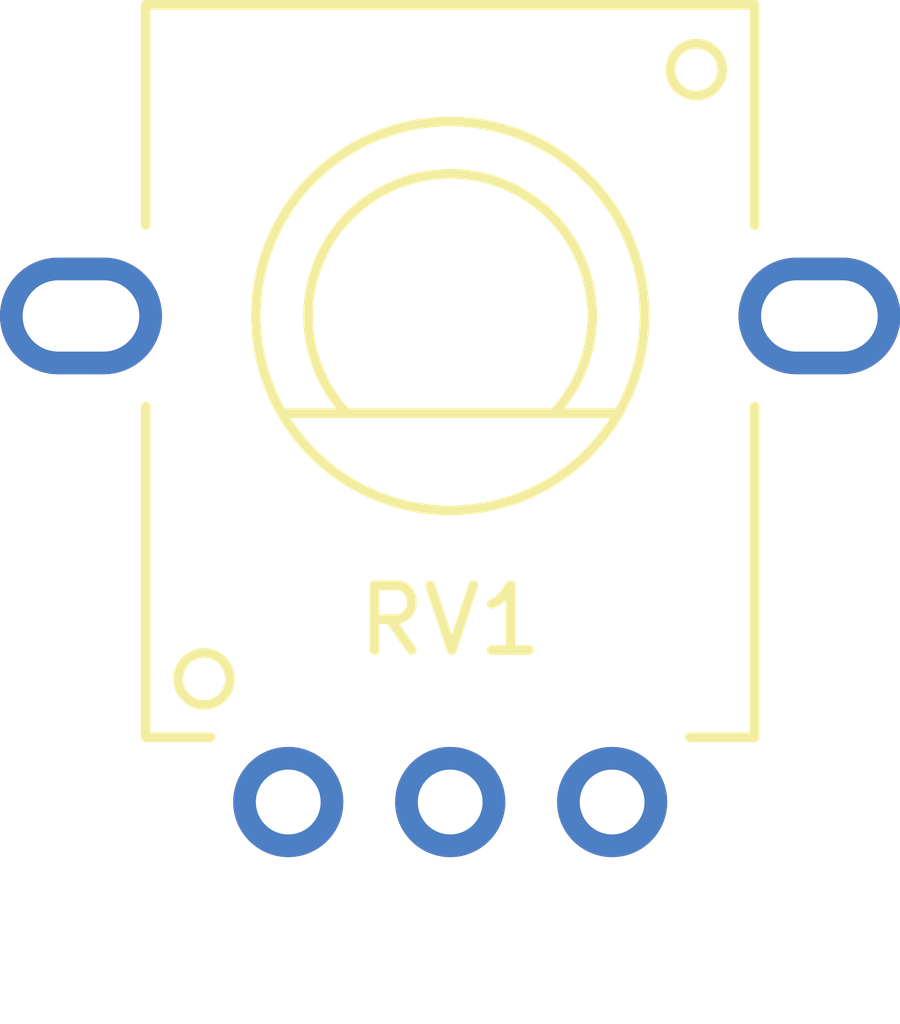
<source format=kicad_pcb>
(kicad_pcb (version 20211014) (generator pcbnew)
  (layers (0 "F.Cu" signal) (31 "B.Cu" signal) (34 "B.Paste" user) (35 "F.Paste" user) (36 "B.SilkS" user "B.Silkscreen") (37 "F.SilkS" user "F.Silkscreen") (38 "B.Mask" user) (39 "F.Mask" user) (44 "Edge.Cuts" user))
  (net 0 "")
  (net 1 "+3V3")
  (net 2 "GND")
  (net 3 "Pin0")
  (footprint "Potentiometer_Thonk:AlphaPot9ShaftD" (layer "F.Cu") (at 0 0)
    (fp_text reference "RV1" (at 0 4.7) (layer "F.SilkS"))
    (fp_text value "100k")
    (fp_line (start -4.7 -4.8) (end 4.7 -4.8) (layer "F.SilkS") (width 0.15))
    (fp_line (start -4.7 -4.8) (end -4.7 -1.4) (layer "F.SilkS") (width 0.15))
    (fp_line (start -2.6 1.5) (end 2.6 1.5) (layer "F.SilkS") (width 0.15))
    (fp_line (start 4.7 1.4) (end 4.7 6.5) (layer "F.SilkS") (width 0.15))
    (fp_line (start -4.7 1.4) (end -4.7 6.5) (layer "F.SilkS") (width 0.15))
    (fp_line (start -4.7 6.5) (end -3.7 6.5) (layer "F.SilkS") (width 0.15))
    (fp_line (start 3.7 6.5) (end 4.7 6.5) (layer "F.SilkS") (width 0.15))
    (fp_line (start 4.7 -4.8) (end 4.7 -1.4) (layer "F.SilkS") (width 0.15))
    (fp_arc (start -1.6 1.5) (mid -0.024972 -2.193029) (end 1.633741 1.463178) (layer "F.SilkS") (width 0.15))
    (fp_circle (center 3.8 -3.8) (end 4.2 -3.8) (layer "F.SilkS") (width 0.15) (fill none))
    (fp_circle (center -3.8 5.6) (end -4.2 5.6) (layer "F.SilkS") (width 0.15) (fill none))
    (fp_circle (center 0 0) (end 3 0) (layer "F.SilkS") (width 0.15) (fill none))
    (pad "" thru_hole oval locked (at -5.7 0) (size 2.5 1.8) (drill oval 1.8 1.1) (layers *.Cu *.Mask))
    (pad "" thru_hole oval locked (at 5.7 0) (size 2.5 1.8) (drill oval 1.8 1.1) (layers *.Cu *.Mask))
    (pad "1" thru_hole oval locked (at -2.5 7.5) (size 1.7 1.7) (drill 1) (layers *.Cu *.Mask) (net 2 "GND"))
    (pad "2" thru_hole oval locked (at 0 7.5) (size 1.7 1.7) (drill 1) (layers *.Cu *.Mask) (net 3 "Pin0"))
    (pad "3" thru_hole oval locked (at 2.5 7.5) (size 1.7 1.7) (drill 1) (layers *.Cu *.Mask) (net 1 "+3V3"))
  )
)
</source>
